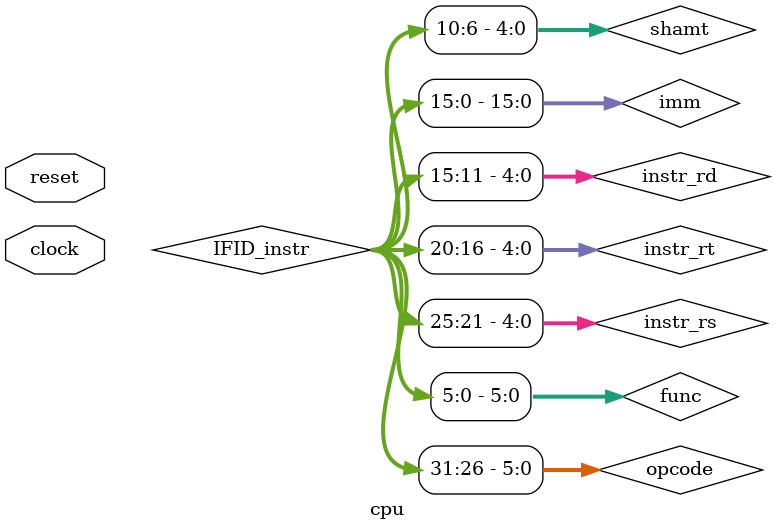
<source format=v>
/***********************************************************************************************/
/*********************************  MIPS 5-stage pipeline implementation ***********************/
/***********************************************************************************************/

module cpu(input clock, input reset);
 reg [31:0] PC; 
 reg [31:0] IFID_PCplus4;
 reg [31:0] IFID_instr;
 reg [31:0] IDEX_rdA, IDEX_rdB, IDEX_signExtend , IDEX_PCplus4;
 reg [4:0]  IDEX_instr_rt, IDEX_instr_rs, IDEX_instr_rd;
 reg [5:0]  IDEX_func;                            
 reg        IDEX_RegDst, IDEX_ALUSrc;
 reg [1:0]  IDEX_ALUcntrl;
 reg        IDEX_Branch, IDEX_MemRead, IDEX_MemWrite; 
 reg        IDEX_MemToReg, IDEX_RegWrite;                
 reg [4:0]  EXMEM_RegWriteAddr, EXMEM_instr_rd; 
 reg [31:0] EXMEM_ALUOut;
 reg        EXMEM_Zero;
 reg [31:0] EXMEM_MemWriteData, EXMEM_rdtemp;
 reg        EXMEM_Branch, EXMEM_MemRead, EXMEM_MemWrite, EXMEM_RegWrite, EXMEM_MemToReg;
 reg [31:0] MEMWB_DMemOut;
 reg [4:0]  MEMWB_RegWriteAddr, MEMWB_instr_rd; 
 reg [31:0] MEMWB_ALUOut;
 reg        MEMWB_MemToReg, MEMWB_RegWrite; 
 reg [31:0] ALUInA, ALUInB;
 wire [1:0] bypassA, bypassB;            
 wire [31:0] instr, ALUOut, rdA, rdB, signExtend, DMemOut, wRegData, PCIncr;
 wire Zero, RegDst, MemRead, MemWrite, MemToReg, ALUSrc, RegWrite, Branch, Jump ;
 reg RegWrite;
 wire [5:0] opcode, func;
 wire [4:0] instr_rs, instr_rt, instr_rd, RegWriteAddr ,shamt;
 wire [3:0] ALUOp;
 wire [1:0] ALUcntrl;
 wire [15:0] imm;
 wire [31:0] rdtemp , EXMEM_rdtemp ;
 wire [27:0] jump_addr;
wire PCWrite, IFIDwrite, bubble_idex ;
 


 
 

/***************** Instruction Fetch Unit (IF)  ****************/
 always @(posedge clock or negedge reset)
  begin 
    if (reset == 1'b0)     
       PC <= -1;     
    else if (PC == -1 && PCWrite)
       PC <= 0;
    else if (PCWrite)
	   PC <= PC + 4;
    else if (Jump == 1'b1) 
	PC <= PC | jump_addr ;
end
  
  // IFID pipeline register
 always @(posedge clock or negedge reset)
  begin 
    if (reset == 1'b0)     
      begin
       IFID_PCplus4 <= 32'b0;    
       IFID_instr <= 32'b0;
    end 
    else 
      begin
	if (IFIDwrite)
           begin
	      IFID_PCplus4 <= PC + 32'd4;
	      IFID_instr <= instr;
	   end
  end
  end
  
// Instruction memory 1KB
Memory cpu_IMem(clock, reset, 1'b1, 1'b0, PC>>2, 32'b0, instr);
  
  
  
  
  
/***************** Instruction Decode Unit (ID)  ****************/
assign opcode = IFID_instr[31:26];
assign func = IFID_instr[5:0];
assign instr_rs = IFID_instr[25:21];
assign instr_rt = IFID_instr[20:16];
assign instr_rd = IFID_instr[15:11];
assign imm = IFID_instr[15:0];
assign shamt = IFID_instr[10:6];
assign jump_addr = (opcode == 6'b000010) ? IFID_instr[25:0] <<2  : 32'bx;
assign signExtend = (func == 6'b000000) ? {{27{shamt[4]}}, shamt} : {{16{imm[15]}}, imm};


// Register file
RegFile cpu_regs(clock, reset, instr_rs, instr_rt, MEMWB_RegWriteAddr, MEMWB_RegWrite, wRegData, rdA, rdB);

  // IDEX pipeline register
 always @(posedge clock or negedge reset)
  begin 
    if (reset == 1'b0)
      begin
       IDEX_rdA <= 32'b0;    
       IDEX_rdB <= 32'b0;
       IDEX_signExtend <= 32'b0;
       IDEX_instr_rd <= 5'b0;
       IDEX_instr_rs <= 5'b0;
       IDEX_instr_rt <= 5'b0;
       IDEX_RegDst <= 1'b0;
       IDEX_ALUcntrl <= 2'b0;
       IDEX_ALUSrc <= 1'b0;
       IDEX_Branch <= 1'b0;
       IDEX_MemRead <= 1'b0;
       IDEX_MemWrite <= 1'b0;
       IDEX_MemToReg <= 1'b0;                  
       IDEX_RegWrite <= 1'b0;
    end
    else begin 
    	if  (bubble_idex== 1 ) begin
       		IDEX_RegDst <=1'b0;
      		IDEX_ALUcntrl <=2'b0;
       		IDEX_ALUSrc <=1'b0;
       		IDEX_Branch <=1'b0;
       		IDEX_MemRead <= 1'b0;
       		IDEX_MemWrite <= 1'b0;
       		IDEX_MemToReg <= 1'b0;                  
       		IDEX_RegWrite <= 1'b0;
    	end
	else  
      	begin
      	 	IDEX_rdA <= rdA;
       		IDEX_rdB <= rdB;
       		IDEX_signExtend <= signExtend;
       		IDEX_instr_rd <= instr_rd;
       		IDEX_instr_rs <= instr_rs;
       		IDEX_instr_rt <= instr_rt;
       		IDEX_RegDst <= RegDst;
       		IDEX_ALUcntrl <= ALUcntrl;
       		IDEX_ALUSrc <= ALUSrc;
       		IDEX_Branch <= Branch;
       		IDEX_MemRead <= MemRead;
       		IDEX_MemWrite <= MemWrite;
       		IDEX_MemToReg <= MemToReg;                  
       		IDEX_RegWrite <= RegWrite;
		IDEX_PCplus4  <= IFID_PCplus4;
		IDEX_func <= func;

    	end
     end	
  end

// Main Control Unit 
control_main control_main (.RegDst(RegDst),
		  .Branch(Branch),
		  .Jump(Jump),
                  .MemRead(MemRead),
                  .MemWrite(MemWrite),
                  .MemToReg(MemToReg),
                  .ALUSrc(ALUSrc),
                  .RegWrite(RegWrite),
                  .ALUcntrl(ALUcntrl),
                  .opcode(opcode));
                  
// Instantiation of Control Unit that generates stalls goes here


HazardUnit danger_det(  PCWrite , IFIDwrite , bubble_idex ,  instr_rt , instr_rs , IDEX_MemRead ,IDEX_instr_rt );

   assign new_addr =  IDEX_PCplus4 + (IDEX_signExtend << 2) ;
                         
/***************** Execution Unit (EX)  ****************/
 always @ (*) begin 
	
	if( bypassA == 2'b00) 
	   ALUInA <= IDEX_rdA; 
		
	else if (bypassA == 2'b01) 
		ALUInA <= wRegData;

	else if (bypassA == 2'b10) 
		ALUInA <= EXMEM_ALUOut;
	end

assign rdtemp = (bypassB == 2'b10)? EXMEM_ALUOut : ((bypassB == 2'b01) ? wRegData : IDEX_rdB);

always @ (*) begin 

	if( IDEX_ALUSrc == 1'b0) 
	   ALUInB <= rdtemp; 

	else 
	 ALUInB <= IDEX_signExtend;
end



//  ALU
ALU  #(32) cpu_alu(ALUOut, Zero, ALUInA, ALUInB, ALUOp , IDEX_signExtend ,  IDEX_func);

assign RegWriteAddr = (IDEX_RegDst==1'b0) ? IDEX_instr_rt : IDEX_instr_rd;

 // EXMEM pipeline register
 always @(posedge clock or negedge reset)
  begin 
    if (reset == 1'b0)     
      begin
       EXMEM_ALUOut <= 32'b0;    
       EXMEM_RegWriteAddr <= 5'b0;
       EXMEM_MemWriteData <= 32'b0;
       EXMEM_Zero <= 1'b0;
       EXMEM_Branch <= 1'b0;
       EXMEM_MemRead <= 1'b0;
       EXMEM_MemWrite <= 1'b0;
       EXMEM_MemToReg <= 1'b0;                  
       EXMEM_RegWrite <= 1'b0;
       EXMEM_rdtemp <= 32'bx;
      end 
    else 
      begin
       EXMEM_ALUOut <= ALUOut;    
       EXMEM_RegWriteAddr <= RegWriteAddr;
       EXMEM_MemWriteData <= IDEX_rdB;
       EXMEM_Zero <= Zero;
       EXMEM_Branch <= IDEX_Branch;
       EXMEM_MemRead <= IDEX_MemRead;
       EXMEM_MemWrite <= IDEX_MemWrite;
       EXMEM_MemToReg <= IDEX_MemToReg;                  
       EXMEM_RegWrite <= IDEX_RegWrite;
       EXMEM_rdtemp <= rdtemp;
      end
  end
  
  // ALU control
  control_alu control_alu(ALUOp, IDEX_ALUcntrl, IDEX_func);
  
   // Instantiation of control logic for Forwarding goes here
  

  control_bypass_ex forward( bypassA,bypassB,
                        IDEX_instr_rs,
                       IDEX_instr_rt,
                      EXMEM_RegWriteAddr,
                       MEMWB_RegWriteAddr,
                       EXMEM_RegWrite,
                       MEMWB_RegWrite);
       
  
  
/***************** Memory Unit (MEM)  ****************/  

// Data memory 1KB
Memory cpu_DMem(clock, reset, EXMEM_MemRead, EXMEM_MemWrite, EXMEM_ALUOut, EXMEM_rdtemp, DMemOut);

// MEMWB pipeline register
 always @(posedge clock or negedge reset)
  begin 
    if (reset == 1'b0)     
      begin
       MEMWB_DMemOut <= 32'b0;    
       MEMWB_ALUOut <= 32'b0;
       MEMWB_RegWriteAddr <= 5'b0;
       MEMWB_MemToReg <= 1'b0;                  
       MEMWB_RegWrite <= 1'b0;
      end 
    else 
      begin
       MEMWB_DMemOut <= DMemOut;
       MEMWB_ALUOut <= EXMEM_ALUOut;
       MEMWB_RegWriteAddr <= EXMEM_RegWriteAddr;
       MEMWB_MemToReg <= EXMEM_MemToReg;                  
       MEMWB_RegWrite <= EXMEM_RegWrite;
      end
  end

  
  
  

/***************** WriteBack Unit (WB)  ****************/  
assign wRegData = (MEMWB_MemToReg == 1'b0) ? MEMWB_ALUOut : MEMWB_DMemOut;


endmodule

</source>
